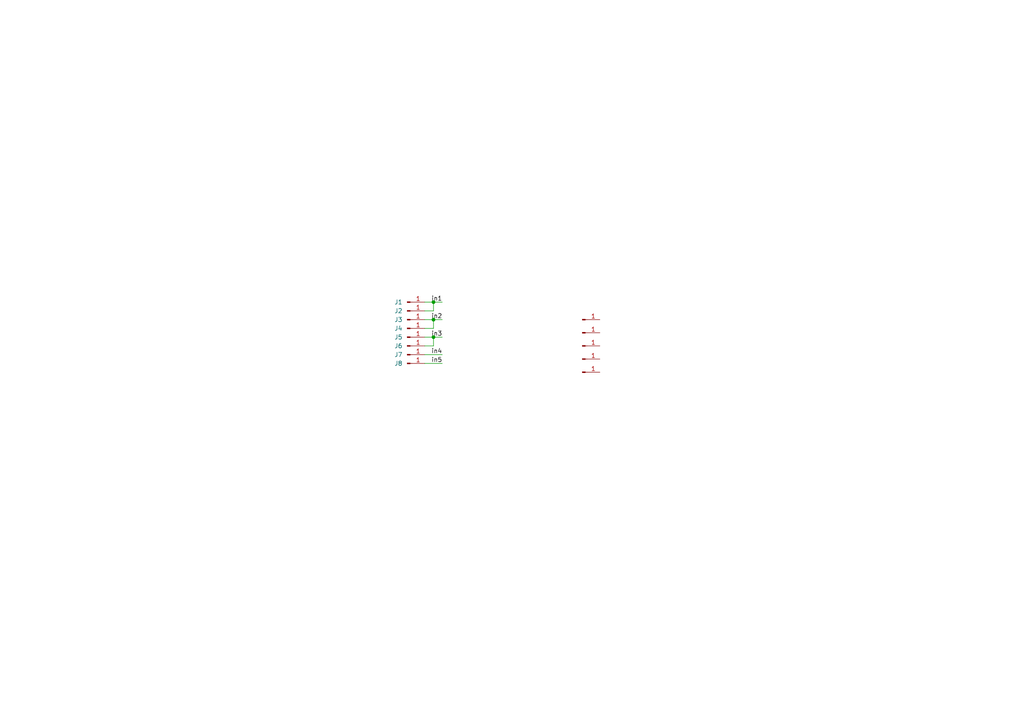
<source format=kicad_sch>
(kicad_sch (version 20231120) (generator "eeschema") (generator_version "8.0")
  (paper "A4")
  (title_block (title "Flex Electrodes") (date "2024-03-30") (rev "v1.0") (company "Aightech"))
  (lib_symbols
    (symbol "Connector:Conn_01x01_Pin" (pin_names (offset 1.016) hide)
      (property "Reference" "J" (at 0 2.54 0))
      (property "Value" "Conn_01x01_Pin" (at 0 -2.54 0))
      (symbol "Conn_01x01_Pin_1_1"
        (polyline (pts (xy 1.27 0) (xy 0.8636 0)) (stroke (width 0.1524)))
        (rectangle (start 0.8636 0.127) (end 0 -0.127) (stroke (width 0.1524)) (fill (type outline)))
        (pin passive line (at 5.08 0 180) (length 3.81) (name "Pin_1") (number "1"))
      )
    )
  )
  (junction (at 125.73 92.71))
  (junction (at 125.73 87.63))
  (junction (at 125.73 97.79))
  (wire (pts (xy 123.19 105.41) (xy 128.27 105.41)))
  (wire (pts (xy 125.73 92.71) (xy 128.27 92.71)))
  (wire (pts (xy 125.73 90.17) (xy 125.73 87.63)))
  (wire (pts (xy 125.73 100.33) (xy 125.73 97.79)))
  (wire (pts (xy 123.19 95.25) (xy 125.73 95.25)))
  (wire (pts (xy 123.19 102.87) (xy 128.27 102.87)))
  (wire (pts (xy 125.73 97.79) (xy 128.27 97.79)))
  (wire (pts (xy 123.19 97.79) (xy 125.73 97.79)))
  (wire (pts (xy 123.19 92.71) (xy 125.73 92.71)))
  (wire (pts (xy 123.19 90.17) (xy 125.73 90.17)))
  (wire (pts (xy 123.19 87.63) (xy 125.73 87.63)))
  (wire (pts (xy 125.73 95.25) (xy 125.73 92.71)))
  (wire (pts (xy 123.19 100.33) (xy 125.73 100.33)))
  (wire (pts (xy 125.73 87.63) (xy 128.27 87.63)))
  (label "in5" (at 128.27 105.41 180))
  (label "in3" (at 128.27 97.79 180))
  (label "in1" (at 128.27 87.63 180))
  (label "in4" (at 128.27 102.87 180))
  (label "in2" (at 128.27 92.71 180))
  (symbol (lib_id "Connector:Conn_01x01_Pin") (at 118.11 105.41 0) (unit 1)
    (property "Reference" "J8" (at 115.57 105.41 0))
    (property "Value" "Conn_01x01_Pin" (effects (hide yes)))
    (property "Footprint" "Connector_Wire:SolderWirePad_1x01_SMD_1x2mm" (effects (hide yes)))
  )
  (symbol (lib_id "Connector:Conn_01x01_Pin") (at 168.91 100.33 0) (unit 1)
    (property "Reference" "J11" (effects (hide yes)))
    (property "Value" "Conn_01x01_Pin" (effects (hide yes)))
    (property "Footprint" "Connector_PinHeader_2.54mm:PinHeader_1x01_P2.54mm_Vertical" (effects (hide yes)))
  )
  (symbol (lib_id "Connector:Conn_01x01_Pin") (at 118.11 90.17 0) (unit 1)
    (property "Reference" "J2" (at 115.57 90.17 0))
    (property "Value" "Conn_01x01_Pin" (effects (hide yes)))
    (property "Footprint" "Connector_Wire:SolderWirePad_1x01_SMD_1x2mm" (effects (hide yes)))
  )
  (symbol (lib_id "Connector:Conn_01x01_Pin") (at 168.91 92.71 0) (unit 1)
    (property "Reference" "J9" (effects (hide yes)))
    (property "Value" "Conn_01x01_Pin" (effects (hide yes)))
    (property "Footprint" "Connector_PinHeader_2.54mm:PinHeader_1x01_P2.54mm_Vertical" (effects (hide yes)))
  )
  (symbol (lib_id "Connector:Conn_01x01_Pin") (at 118.11 87.63 0) (unit 1)
    (property "Reference" "J1" (at 115.57 87.63 0))
    (property "Value" "Conn_01x01_Pin" (effects (hide yes)))
    (property "Footprint" "Connector_Wire:SolderWirePad_1x01_SMD_1x2mm" (effects (hide yes)))
  )
  (symbol (lib_id "Connector:Conn_01x01_Pin") (at 118.11 92.71 0) (unit 1)
    (property "Reference" "J3" (at 115.57 92.71 0))
    (property "Value" "Conn_01x01_Pin" (effects (hide yes)))
    (property "Footprint" "Connector_Wire:SolderWirePad_1x01_SMD_1x2mm" (effects (hide yes)))
  )
  (symbol (lib_id "Connector:Conn_01x01_Pin") (at 168.91 96.52 0) (unit 1)
    (property "Reference" "J10" (effects (hide yes)))
    (property "Value" "Conn_01x01_Pin" (effects (hide yes)))
    (property "Footprint" "Connector_PinHeader_2.54mm:PinHeader_1x01_P2.54mm_Vertical" (effects (hide yes)))
  )
  (symbol (lib_id "Connector:Conn_01x01_Pin") (at 118.11 95.25 0) (unit 1)
    (property "Reference" "J4" (at 115.57 95.25 0))
    (property "Value" "Conn_01x01_Pin" (effects (hide yes)))
    (property "Footprint" "Connector_Wire:SolderWirePad_1x01_SMD_1x2mm" (effects (hide yes)))
  )
  (symbol (lib_id "Connector:Conn_01x01_Pin") (at 168.91 104.14 0) (unit 1)
    (property "Reference" "J12" (effects (hide yes)))
    (property "Value" "Conn_01x01_Pin" (effects (hide yes)))
    (property "Footprint" "Connector_PinHeader_2.54mm:PinHeader_1x01_P2.54mm_Vertical" (effects (hide yes)))
  )
  (symbol (lib_id "Connector:Conn_01x01_Pin") (at 168.91 107.95 0) (unit 1)
    (property "Reference" "J13" (effects (hide yes)))
    (property "Value" "Conn_01x01_Pin" (effects (hide yes)))
    (property "Footprint" "Connector_PinHeader_2.54mm:PinHeader_1x01_P2.54mm_Vertical" (effects (hide yes)))
  )
  (symbol (lib_id "Connector:Conn_01x01_Pin") (at 118.11 102.87 0) (unit 1)
    (property "Reference" "J7" (at 115.57 102.87 0))
    (property "Value" "Conn_01x01_Pin" (effects (hide yes)))
    (property "Footprint" "Connector_Wire:SolderWirePad_1x01_SMD_1x2mm" (effects (hide yes)))
  )
  (symbol (lib_id "Connector:Conn_01x01_Pin") (at 118.11 100.33 0) (unit 1)
    (property "Reference" "J6" (at 115.57 100.33 0))
    (property "Value" "Conn_01x01_Pin" (effects (hide yes)))
    (property "Footprint" "Connector_Wire:SolderWirePad_1x01_SMD_1x2mm" (effects (hide yes)))
  )
  (symbol (lib_id "Connector:Conn_01x01_Pin") (at 118.11 97.79 0) (unit 1)
    (property "Reference" "J5" (at 115.57 97.79 0))
    (property "Value" "Conn_01x01_Pin" (effects (hide yes)))
    (property "Footprint" "Connector_Wire:SolderWirePad_1x01_SMD_1x2mm" (effects (hide yes)))
  )
)
</source>
